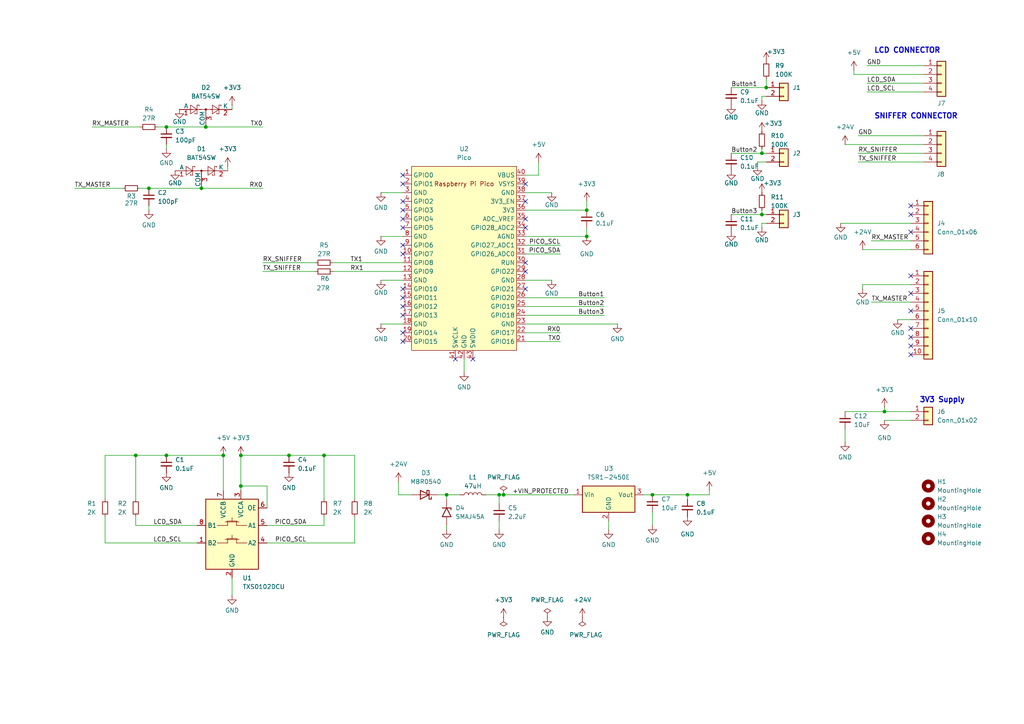
<source format=kicad_sch>
(kicad_sch (version 20240620) (generator "eeschema") (generator_version "8.99")
  (paper "A4")
  (title_block (date "2024-10-16") (rev "Rev2"))
  (lib_symbols
    (symbol "Connector_Generic:Conn_01x02" (pin_names (offset 1.016) hide)
      (property "Reference" "J" (at 0 2.54 0))
      (property "Value" "Conn_01x02" (at 0 -5.08 0))
      (symbol "Conn_01x02_1_1"
        (rectangle (start -1.27 1.27) (end 1.27 -3.81) (stroke (width 0.254)) (fill (type background)))
        (rectangle (start -1.27 0.127) (end 0 -0.127) (stroke (width 0.1524)))
        (rectangle (start -1.27 -2.413) (end 0 -2.667) (stroke (width 0.1524)))
        (pin passive line (at -5.08 0 0) (length 3.81) (name "Pin_1") (number "1"))
        (pin passive line (at -5.08 -2.54 0) (length 3.81) (name "Pin_2") (number "2"))
      )
    )
    (symbol "Connector_Generic:Conn_01x04" (pin_names (offset 1.016) hide)
      (property "Reference" "J" (at 0 5.08 0))
      (property "Value" "Conn_01x04" (at 0 -7.62 0))
      (symbol "Conn_01x04_1_1"
        (rectangle (start -1.27 3.81) (end 1.27 -6.35) (stroke (width 0.254)) (fill (type background)))
        (rectangle (start -1.27 2.667) (end 0 2.413) (stroke (width 0.1524)))
        (rectangle (start -1.27 0.127) (end 0 -0.127) (stroke (width 0.1524)))
        (rectangle (start -1.27 -2.413) (end 0 -2.667) (stroke (width 0.1524)))
        (rectangle (start -1.27 -4.953) (end 0 -5.207) (stroke (width 0.1524)))
        (pin passive line (at -5.08 2.54 0) (length 3.81) (name "Pin_1") (number "1"))
        (pin passive line (at -5.08 0 0) (length 3.81) (name "Pin_2") (number "2"))
        (pin passive line (at -5.08 -2.54 0) (length 3.81) (name "Pin_3") (number "3"))
        (pin passive line (at -5.08 -5.08 0) (length 3.81) (name "Pin_4") (number "4"))
      )
    )
    (symbol "Connector_Generic:Conn_01x06" (pin_names (offset 1.016) hide)
      (property "Reference" "J" (at 0 7.62 0))
      (property "Value" "Conn_01x06" (at 0 -10.16 0))
      (symbol "Conn_01x06_1_1"
        (rectangle (start -1.27 6.35) (end 1.27 -8.89) (stroke (width 0.254)) (fill (type background)))
        (rectangle (start -1.27 5.207) (end 0 4.953) (stroke (width 0.1524)))
        (rectangle (start -1.27 2.667) (end 0 2.413) (stroke (width 0.1524)))
        (rectangle (start -1.27 0.127) (end 0 -0.127) (stroke (width 0.1524)))
        (rectangle (start -1.27 -2.413) (end 0 -2.667) (stroke (width 0.1524)))
        (rectangle (start -1.27 -4.953) (end 0 -5.207) (stroke (width 0.1524)))
        (rectangle (start -1.27 -7.493) (end 0 -7.747) (stroke (width 0.1524)))
        (pin passive line (at -5.08 5.08 0) (length 3.81) (name "Pin_1") (number "1"))
        (pin passive line (at -5.08 2.54 0) (length 3.81) (name "Pin_2") (number "2"))
        (pin passive line (at -5.08 0 0) (length 3.81) (name "Pin_3") (number "3"))
        (pin passive line (at -5.08 -2.54 0) (length 3.81) (name "Pin_4") (number "4"))
        (pin passive line (at -5.08 -5.08 0) (length 3.81) (name "Pin_5") (number "5"))
        (pin passive line (at -5.08 -7.62 0) (length 3.81) (name "Pin_6") (number "6"))
      )
    )
    (symbol "Connector_Generic:Conn_01x10" (pin_names (offset 1.016) hide)
      (property "Reference" "J" (at 0 12.7 0))
      (property "Value" "Conn_01x10" (at 0 -15.24 0))
      (symbol "Conn_01x10_1_1"
        (rectangle (start -1.27 11.43) (end 1.27 -13.97) (stroke (width 0.254)) (fill (type background)))
        (rectangle (start -1.27 10.287) (end 0 10.033) (stroke (width 0.1524)))
        (rectangle (start -1.27 7.747) (end 0 7.493) (stroke (width 0.1524)))
        (rectangle (start -1.27 5.207) (end 0 4.953) (stroke (width 0.1524)))
        (rectangle (start -1.27 2.667) (end 0 2.413) (stroke (width 0.1524)))
        (rectangle (start -1.27 0.127) (end 0 -0.127) (stroke (width 0.1524)))
        (rectangle (start -1.27 -2.413) (end 0 -2.667) (stroke (width 0.1524)))
        (rectangle (start -1.27 -4.953) (end 0 -5.207) (stroke (width 0.1524)))
        (rectangle (start -1.27 -7.493) (end 0 -7.747) (stroke (width 0.1524)))
        (rectangle (start -1.27 -10.033) (end 0 -10.287) (stroke (width 0.1524)))
        (rectangle (start -1.27 -12.573) (end 0 -12.827) (stroke (width 0.1524)))
        (pin passive line (at -5.08 10.16 0) (length 3.81) (name "Pin_1") (number "1"))
        (pin passive line (at -5.08 7.62 0) (length 3.81) (name "Pin_2") (number "2"))
        (pin passive line (at -5.08 5.08 0) (length 3.81) (name "Pin_3") (number "3"))
        (pin passive line (at -5.08 2.54 0) (length 3.81) (name "Pin_4") (number "4"))
        (pin passive line (at -5.08 0 0) (length 3.81) (name "Pin_5") (number "5"))
        (pin passive line (at -5.08 -2.54 0) (length 3.81) (name "Pin_6") (number "6"))
        (pin passive line (at -5.08 -5.08 0) (length 3.81) (name "Pin_7") (number "7"))
        (pin passive line (at -5.08 -7.62 0) (length 3.81) (name "Pin_8") (number "8"))
        (pin passive line (at -5.08 -10.16 0) (length 3.81) (name "Pin_9") (number "9"))
        (pin passive line (at -5.08 -12.7 0) (length 3.81) (name "Pin_10") (number "10"))
      )
    )
    (symbol "Device:C_Small" (pin_numbers hide) (pin_names (offset 0.254) hide)
      (property "Reference" "C" (at 0.254 1.778 0))
      (property "Value" "C_Small" (at 0.254 -2.032 0))
      (symbol "C_Small_0_1"
        (polyline (pts (xy -1.524 0.508) (xy 1.524 0.508)) (stroke (width 0.3048)))
        (polyline (pts (xy -1.524 -0.508) (xy 1.524 -0.508)) (stroke (width 0.3302)))
      )
      (symbol "C_Small_1_1"
        (pin passive line (at 0 2.54 270) (length 2.032) (name "~") (number "1"))
        (pin passive line (at 0 -2.54 90) (length 2.032) (name "~") (number "2"))
      )
    )
    (symbol "Device:L" (pin_numbers hide) (pin_names (offset 1.016) hide)
      (property "Reference" "L" (at -1.27 0 90))
      (property "Value" "L" (at 1.905 0 90))
      (symbol "L_0_1"
        (arc (start 0 2.54) (mid 0.6323 1.905) (end 0 1.27))
        (arc (start 0 1.27) (mid 0.6323 0.635) (end 0 0))
        (arc (start 0 0) (mid 0.6323 -0.635) (end 0 -1.27))
        (arc (start 0 -1.27) (mid 0.6323 -1.905) (end 0 -2.54))
      )
      (symbol "L_1_1"
        (pin passive line (at 0 3.81 270) (length 1.27) (name "1") (number "1"))
        (pin passive line (at 0 -3.81 90) (length 1.27) (name "2") (number "2"))
      )
    )
    (symbol "Device:R_Small" (pin_numbers hide) (pin_names (offset 0.254) hide)
      (property "Reference" "R" (at 0.762 0.508 0))
      (property "Value" "R_Small" (at 0.762 -1.016 0))
      (symbol "R_Small_0_1"
        (rectangle (start -0.762 1.778) (end 0.762 -1.778) (stroke (width 0.2032)))
      )
      (symbol "R_Small_1_1"
        (pin passive line (at 0 2.54 270) (length 0.762) (name "~") (number "1"))
        (pin passive line (at 0 -2.54 90) (length 0.762) (name "~") (number "2"))
      )
    )
    (symbol "Diode:BAT54SW" (pin_names (offset 0))
      (property "Reference" "D" (at 0.635 -3.81 0))
      (property "Value" "BAT54SW" (at -6.35 3.175 0))
      (symbol "BAT54SW_0_1"
        (polyline (pts (xy -4.445 1.27) (xy -4.445 -1.27) (xy -2.54 0) (xy -4.445 1.27)))
        (polyline (pts (xy -3.81 0) (xy -1.27 0)))
        (polyline (pts (xy -3.175 -1.27) (xy -3.175 -1.016)))
        (polyline (pts (xy -2.54 1.27) (xy -1.905 1.27)))
        (polyline (pts (xy -2.54 -1.27) (xy -3.175 -1.27)))
        (polyline (pts (xy -2.54 -1.27) (xy -2.54 1.27)))
        (polyline (pts (xy -1.905 1.27) (xy -1.905 1.016)))
        (polyline (pts (xy -1.905 0) (xy 1.905 0)))
        (circle (center 0 0) (radius 0.254) (fill (type outline)))
        (polyline (pts (xy 1.27 0) (xy 3.81 0)))
        (polyline (pts (xy 1.905 1.27) (xy 1.905 -1.27) (xy 3.81 0) (xy 1.905 1.27)))
        (polyline (pts (xy 3.175 -1.27) (xy 3.175 -1.016)))
        (polyline (pts (xy 3.81 1.27) (xy 4.445 1.27)))
        (polyline (pts (xy 3.81 -1.27) (xy 3.81 1.27)))
        (polyline (pts (xy 3.81 -1.27) (xy 3.175 -1.27)))
        (polyline (pts (xy 4.445 1.27) (xy 4.445 1.016)))
      )
      (symbol "BAT54SW_1_1"
        (pin passive line (at -7.62 0 0) (length 3.81) (name "A") (number "1"))
        (pin passive line (at 0 -5.08 90) (length 5.08) (name "COM") (number "3"))
        (pin passive line (at 7.62 0 180) (length 3.81) (name "K") (number "2"))
      )
    )
    (symbol "Diode:MBR0540" (pin_numbers hide) (pin_names (offset 1.016) hide)
      (property "Reference" "D" (at 0 2.54 0))
      (property "Value" "MBR0540" (at 0 -2.54 0))
      (symbol "MBR0540_0_1"
        (polyline (pts (xy -1.905 0.635) (xy -1.905 1.27) (xy -1.27 1.27) (xy -1.27 -1.27) (xy -0.635 -1.27) (xy -0.635 -0.635)) (stroke (width 0.254)))
        (polyline (pts (xy 1.27 1.27) (xy 1.27 -1.27) (xy -1.27 0) (xy 1.27 1.27)) (stroke (width 0.254)))
        (polyline (pts (xy 1.27 0) (xy -1.27 0)))
      )
      (symbol "MBR0540_1_1"
        (pin passive line (at -3.81 0 0) (length 2.54) (name "K") (number "1"))
        (pin passive line (at 3.81 0 180) (length 2.54) (name "A") (number "2"))
      )
    )
    (symbol "Diode:SMAJ45A" (pin_numbers hide) (pin_names (offset 1.016) hide)
      (property "Reference" "D" (at 0 2.54 0))
      (property "Value" "SMAJ45A" (at 0 -2.54 0))
      (symbol "SMAJ45A_0_1"
        (polyline (pts (xy -0.762 1.27) (xy -1.27 1.27) (xy -1.27 -1.27)) (stroke (width 0.254)))
        (polyline (pts (xy 1.27 1.27) (xy 1.27 -1.27) (xy -1.27 0) (xy 1.27 1.27)) (stroke (width 0.254)))
      )
      (symbol "SMAJ45A_1_1"
        (pin passive line (at -3.81 0 0) (length 2.54) (name "A1") (number "1"))
        (pin passive line (at 3.81 0 180) (length 2.54) (name "A2") (number "2"))
      )
    )
    (symbol "Logic_LevelTranslator:TXS0102DCU"
      (property "Reference" "U" (at -6.35 11.43 0))
      (property "Value" "TXS0102DCU" (at 3.81 11.43 0))
      (symbol "TXS0102DCU_0_1"
        (rectangle (start -7.62 10.16) (end 7.62 -10.16) (stroke (width 0.254)) (fill (type background)))
        (polyline (pts (xy -4.318 -2.54) (xy -1.27 -2.54)))
        (polyline (pts (xy -2.032 -1.524) (xy 2.032 -1.524)))
        (polyline (pts (xy -1.524 -1.27) (xy 1.524 -1.27)))
        (polyline (pts (xy -1.27 -2.54) (xy -1.27 -1.524)))
        (polyline (pts (xy 0 -1.27) (xy 0 -0.254)))
        (polyline (pts (xy 1.27 -2.54) (xy 1.27 -1.524)))
        (polyline (pts (xy 4.318 -2.54) (xy 1.27 -2.54)))
      )
      (symbol "TXS0102DCU_1_1"
        (polyline (pts (xy -4.318 2.54) (xy -1.27 2.54)))
        (polyline (pts (xy -2.032 3.556) (xy 2.032 3.556)))
        (polyline (pts (xy -1.524 3.81) (xy 1.524 3.81)))
        (polyline (pts (xy -1.27 2.54) (xy -1.27 3.556)))
        (polyline (pts (xy 0 3.81) (xy 0 4.826)))
        (polyline (pts (xy 1.27 2.54) (xy 1.27 3.556)))
        (polyline (pts (xy 4.318 2.54) (xy 1.27 2.54)))
        (pin input line (at -10.16 7.62 0) (length 2.54) (name "OE") (number "6"))
        (pin bidirectional line (at -10.16 2.54 0) (length 2.54) (name "A1") (number "5"))
        (pin bidirectional line (at -10.16 -2.54 0) (length 2.54) (name "A2") (number "4"))
        (pin power_in line (at -2.54 12.7 270) (length 2.54) (name "VCCA") (number "3"))
        (pin power_in line (at 0 -12.7 90) (length 2.54) (name "GND") (number "2"))
        (pin power_in line (at 2.54 12.7 270) (length 2.54) (name "VCCB") (number "7"))
        (pin bidirectional line (at 10.16 2.54 180) (length 2.54) (name "B1") (number "8"))
        (pin bidirectional line (at 10.16 -2.54 180) (length 2.54) (name "B2") (number "1"))
      )
    )
    (symbol "Mechanical:MountingHole" (pin_names (offset 1.016)) (exclude_from_sim yes) (in_bom no)
      (property "Reference" "H" (at 0 5.08 0))
      (property "Value" "MountingHole" (at 0 3.175 0))
      (symbol "MountingHole_0_1"
        (circle (center 0 0) (radius 1.27) (stroke (width 1.27)))
      )
    )
    (symbol "My Libraries:Raspberry Pi Pico Module"
      (property "Reference" "U" (at -13.97 27.94 0))
      (property "Value" "Pico" (at 0 19.05 0))
      (symbol "Raspberry Pi Pico Module_0_0"
        (text "Raspberry Pi Pico" (at 0 21.59 0) (effects (font (size 1.27 1.27))))
      )
      (symbol "Raspberry Pi Pico Module_0_1"
        (rectangle (start -15.24 26.67) (end 15.24 -26.67) (fill (type background)))
      )
      (symbol "Raspberry Pi Pico Module_1_1"
        (pin bidirectional line (at -17.78 24.13 0) (length 2.54) (name "GPIO0") (number "1"))
        (pin bidirectional line (at -17.78 21.59 0) (length 2.54) (name "GPIO1") (number "2"))
        (pin power_in line (at -17.78 19.05 0) (length 2.54) (name "GND") (number "3"))
        (pin bidirectional line (at -17.78 16.51 0) (length 2.54) (name "GPIO2") (number "4"))
        (pin bidirectional line (at -17.78 13.97 0) (length 2.54) (name "GPIO3") (number "5"))
        (pin bidirectional line (at -17.78 11.43 0) (length 2.54) (name "GPIO4") (number "6"))
        (pin bidirectional line (at -17.78 8.89 0) (length 2.54) (name "GPIO5") (number "7"))
        (pin power_in line (at -17.78 6.35 0) (length 2.54) (name "GND") (number "8"))
        (pin bidirectional line (at -17.78 3.81 0) (length 2.54) (name "GPIO6") (number "9"))
        (pin bidirectional line (at -17.78 1.27 0) (length 2.54) (name "GPIO7") (number "10"))
        (pin bidirectional line (at -17.78 -1.27 0) (length 2.54) (name "GPIO8") (number "11"))
        (pin bidirectional line (at -17.78 -3.81 0) (length 2.54) (name "GPIO9") (number "12"))
        (pin power_in line (at -17.78 -6.35 0) (length 2.54) (name "GND") (number "13"))
        (pin bidirectional line (at -17.78 -8.89 0) (length 2.54) (name "GPIO10") (number "14"))
        (pin bidirectional line (at -17.78 -11.43 0) (length 2.54) (name "GPIO11") (number "15"))
        (pin bidirectional line (at -17.78 -13.97 0) (length 2.54) (name "GPIO12") (number "16"))
        (pin bidirectional line (at -17.78 -16.51 0) (length 2.54) (name "GPIO13") (number "17"))
        (pin power_in line (at -17.78 -19.05 0) (length 2.54) (name "GND") (number "18"))
        (pin bidirectional line (at -17.78 -21.59 0) (length 2.54) (name "GPIO14") (number "19"))
        (pin bidirectional line (at -17.78 -24.13 0) (length 2.54) (name "GPIO15") (number "20"))
        (pin input line (at -2.54 -29.21 90) (length 2.54) (name "SWCLK") (number "41"))
        (pin power_in line (at 0 -29.21 90) (length 2.54) (name "GND") (number "42"))
        (pin bidirectional line (at 2.54 -29.21 90) (length 2.54) (name "SWDIO") (number "43"))
        (pin power_in line (at 17.78 24.13 180) (length 2.54) (name "VBUS") (number "40"))
        (pin power_in line (at 17.78 21.59 180) (length 2.54) (name "VSYS") (number "39"))
        (pin power_in line (at 17.78 19.05 180) (length 2.54) (name "GND") (number "38"))
        (pin input line (at 17.78 16.51 180) (length 2.54) (name "3V3_EN") (number "37"))
        (pin power_in line (at 17.78 13.97 180) (length 2.54) (name "3V3") (number "36"))
        (pin power_in line (at 17.78 11.43 180) (length 2.54) (name "ADC_VREF") (number "35"))
        (pin bidirectional line (at 17.78 8.89 180) (length 2.54) (name "GPIO28_ADC2") (number "34"))
        (pin power_in line (at 17.78 6.35 180) (length 2.54) (name "AGND") (number "33"))
        (pin bidirectional line (at 17.78 3.81 180) (length 2.54) (name "GPIO27_ADC1") (number "32"))
        (pin bidirectional line (at 17.78 1.27 180) (length 2.54) (name "GPIO26_ADC0") (number "31"))
        (pin input line (at 17.78 -1.27 180) (length 2.54) (name "RUN") (number "30"))
        (pin bidirectional line (at 17.78 -3.81 180) (length 2.54) (name "GPIO22") (number "29"))
        (pin power_in line (at 17.78 -6.35 180) (length 2.54) (name "GND") (number "28"))
        (pin bidirectional line (at 17.78 -8.89 180) (length 2.54) (name "GPIO21") (number "27"))
        (pin bidirectional line (at 17.78 -11.43 180) (length 2.54) (name "GPIO20") (number "26"))
        (pin bidirectional line (at 17.78 -13.97 180) (length 2.54) (name "GPIO19") (number "25"))
        (pin bidirectional line (at 17.78 -16.51 180) (length 2.54) (name "GPIO18") (number "24"))
        (pin power_in line (at 17.78 -19.05 180) (length 2.54) (name "GND") (number "23"))
        (pin bidirectional line (at 17.78 -21.59 180) (length 2.54) (name "GPIO17") (number "22"))
        (pin bidirectional line (at 17.78 -24.13 180) (length 2.54) (name "GPIO16") (number "21"))
      )
    )
    (symbol "Regulator_Switching:TSR1-2450E"
      (property "Reference" "U" (at -7.62 6.35 0))
      (property "Value" "TSR1-2450E" (at -3.81 6.35 0))
      (symbol "TSR1-2450E_0_1"
        (rectangle (start -7.62 5.08) (end 7.62 -2.54) (stroke (width 0.254)) (fill (type background)))
      )
      (symbol "TSR1-2450E_1_1"
        (pin power_in line (at -10.16 2.54 0) (length 2.54) (name "Vin") (number "1"))
        (pin power_in line (at 0 -5.08 90) (length 2.54) (name "GND") (number "2"))
        (pin power_out line (at 10.16 2.54 180) (length 2.54) (name "Vout") (number "3"))
      )
    )
    (symbol "power:+24V" (power) (pin_numbers hide) (pin_names (offset 0) hide)
      (property "Value" "+24V" (at 0 3.556 0))
      (symbol "+24V_0_1"
        (polyline (pts (xy -0.762 1.27) (xy 0 2.54)))
        (polyline (pts (xy 0 2.54) (xy 0.762 1.27)))
        (polyline (pts (xy 0 0) (xy 0 2.54)))
      )
      (symbol "+24V_1_1"
        (pin power_in line (at 0 0 90) (length 0) (name "~") (number "1"))
      )
    )
    (symbol "power:+3V3" (power) (pin_numbers hide) (pin_names (offset 0) hide)
      (property "Value" "+3V3" (at 0 3.556 0))
      (symbol "+3V3_0_1"
        (polyline (pts (xy -0.762 1.27) (xy 0 2.54)))
        (polyline (pts (xy 0 2.54) (xy 0.762 1.27)))
        (polyline (pts (xy 0 0) (xy 0 2.54)))
      )
      (symbol "+3V3_1_1"
        (pin power_in line (at 0 0 90) (length 0) (name "~") (number "1"))
      )
    )
    (symbol "power:+5V" (power) (pin_numbers hide) (pin_names (offset 0) hide)
      (property "Value" "+5V" (at 0 3.556 0))
      (symbol "+5V_0_1"
        (polyline (pts (xy -0.762 1.27) (xy 0 2.54)))
        (polyline (pts (xy 0 2.54) (xy 0.762 1.27)))
        (polyline (pts (xy 0 0) (xy 0 2.54)))
      )
      (symbol "+5V_1_1"
        (pin power_in line (at 0 0 90) (length 0) (name "~") (number "1"))
      )
    )
    (symbol "power:GND" (power) (pin_numbers hide) (pin_names (offset 0) hide)
      (property "Value" "GND" (at 0 -3.81 0))
      (symbol "GND_0_1"
        (polyline (pts (xy 0 0) (xy 0 -1.27) (xy 1.27 -1.27) (xy 0 -2.54) (xy -1.27 -1.27) (xy 0 -1.27)))
      )
      (symbol "GND_1_1"
        (pin power_in line (at 0 0 270) (length 0) (name "~") (number "1"))
      )
    )
    (symbol "power:PWR_FLAG" (power) (pin_numbers hide) (pin_names (offset 0) hide)
      (property "Value" "PWR_FLAG" (at 0 3.81 0))
      (symbol "PWR_FLAG_0_0"
        (pin power_out line (at 0 0 90) (length 0) (name "~") (number "1"))
      )
      (symbol "PWR_FLAG_0_1"
        (polyline (pts (xy 0 0) (xy 0 1.27) (xy -1.016 1.905) (xy 0 2.54) (xy 1.016 1.905) (xy 0 1.27)))
      )
    )
  )
  (text "3V3 Supply\n" (at 273.304 116.078 0) (effects (font (size 1.524 1.524) (thickness 0.3048) (bold yes))))
  (text "SNIFFER CONNECTOR" (at 265.684 33.782 0) (effects (font (size 1.524 1.524) (thickness 0.3048) (bold yes))))
  (text "LCD CONNECTOR" (at 263.144 14.732 0) (effects (font (size 1.524 1.524) (thickness 0.3048) (bold yes))))
  (junction (at 83.82 132.08))
  (junction (at 129.54 143.51))
  (junction (at 58.42 54.61))
  (junction (at 256.54 119.38))
  (junction (at 222.25 25.4))
  (junction (at 170.18 60.96))
  (junction (at 48.26 132.08))
  (junction (at 144.78 143.51))
  (junction (at 93.98 132.08))
  (junction (at 59.69 36.83))
  (junction (at 220.98 62.23))
  (junction (at 189.23 143.51))
  (junction (at 146.05 143.51))
  (junction (at 199.39 143.51))
  (junction (at 69.85 132.08))
  (junction (at 48.26 36.83))
  (junction (at 39.37 132.08))
  (junction (at 170.18 68.58))
  (junction (at 43.18 54.61))
  (junction (at 69.85 140.97))
  (junction (at 64.77 132.08))
  (junction (at 220.98 44.45))
  (no_connect (at 116.84 71.12))
  (no_connect (at 116.84 88.9))
  (no_connect (at 152.4 66.04))
  (no_connect (at 264.16 100.33))
  (no_connect (at 116.84 86.36))
  (no_connect (at 116.84 50.8))
  (no_connect (at 137.16 104.14))
  (no_connect (at 264.16 95.25))
  (no_connect (at 116.84 53.34))
  (no_connect (at 264.16 80.01))
  (no_connect (at 264.16 90.17))
  (no_connect (at 116.84 91.44))
  (no_connect (at 116.84 99.06))
  (no_connect (at 116.84 63.5))
  (no_connect (at 264.16 62.23))
  (no_connect (at 116.84 73.66))
  (no_connect (at 264.16 59.69))
  (no_connect (at 264.16 102.87))
  (no_connect (at 152.4 76.2))
  (no_connect (at 116.84 66.04))
  (no_connect (at 152.4 58.42))
  (no_connect (at 152.4 83.82))
  (no_connect (at 116.84 96.52))
  (no_connect (at 116.84 83.82))
  (no_connect (at 264.16 97.79))
  (no_connect (at 116.84 60.96))
  (no_connect (at 152.4 53.34))
  (no_connect (at 264.16 67.31))
  (no_connect (at 116.84 58.42))
  (no_connect (at 152.4 78.74))
  (no_connect (at 152.4 63.5))
  (no_connect (at 132.08 104.14))
  (no_connect (at 264.16 85.09))
  (wire (pts (xy 69.85 140.97) (xy 69.85 142.24)))
  (wire (pts (xy 189.23 143.51) (xy 199.39 143.51)))
  (wire (pts (xy 250.19 82.55) (xy 250.19 83.82)))
  (wire (pts (xy 144.78 143.51) (xy 146.05 143.51)))
  (wire (pts (xy 220.98 29.21) (xy 220.98 27.94)))
  (wire (pts (xy 220.98 44.45) (xy 222.25 44.45)))
  (wire (pts (xy 267.97 24.13) (xy 251.46 24.13)))
  (wire (pts (xy 64.77 132.08) (xy 64.77 142.24)))
  (wire (pts (xy 45.72 36.83) (xy 48.26 36.83)))
  (wire (pts (xy 67.31 30.48) (xy 67.31 31.75)))
  (wire (pts (xy 40.64 54.61) (xy 43.18 54.61)))
  (wire (pts (xy 30.48 132.08) (xy 39.37 132.08)))
  (wire (pts (xy 219.71 48.26) (xy 219.71 46.99)))
  (wire (pts (xy 243.84 64.77) (xy 264.16 64.77)))
  (wire (pts (xy 58.42 54.61) (xy 76.2 54.61)))
  (wire (pts (xy 212.09 44.45) (xy 220.98 44.45)))
  (wire (pts (xy 245.11 119.38) (xy 256.54 119.38)))
  (wire (pts (xy 69.85 132.08) (xy 69.85 140.97)))
  (wire (pts (xy 77.47 152.4) (xy 93.98 152.4)))
  (wire (pts (xy 48.26 36.83) (xy 59.69 36.83)))
  (wire (pts (xy 129.54 143.51) (xy 129.54 144.78)))
  (wire (pts (xy 189.23 148.59) (xy 189.23 152.4)))
  (wire (pts (xy 220.98 64.77) (xy 222.25 64.77)))
  (wire (pts (xy 115.57 143.51) (xy 119.38 143.51)))
  (wire (pts (xy 77.47 147.32) (xy 77.47 140.97)))
  (wire (pts (xy 76.2 76.2) (xy 91.44 76.2)))
  (wire (pts (xy 67.31 167.64) (xy 67.31 172.72)))
  (wire (pts (xy 220.98 27.94) (xy 222.25 27.94)))
  (wire (pts (xy 252.73 87.63) (xy 264.16 87.63)))
  (wire (pts (xy 39.37 152.4) (xy 57.15 152.4)))
  (wire (pts (xy 152.4 93.98) (xy 179.07 93.98)))
  (wire (pts (xy 48.26 41.91) (xy 48.26 43.18)))
  (wire (pts (xy 30.48 157.48) (xy 30.48 149.86)))
  (wire (pts (xy 30.48 157.48) (xy 57.15 157.48)))
  (wire (pts (xy 152.4 96.52) (xy 162.56 96.52)))
  (wire (pts (xy 152.4 50.8) (xy 156.21 50.8)))
  (wire (pts (xy 156.21 46.99) (xy 156.21 50.8)))
  (wire (pts (xy 212.09 25.4) (xy 222.25 25.4)))
  (wire (pts (xy 267.97 26.67) (xy 251.46 26.67)))
  (wire (pts (xy 152.4 99.06) (xy 162.56 99.06)))
  (wire (pts (xy 248.92 44.45) (xy 267.97 44.45)))
  (wire (pts (xy 96.52 76.2) (xy 116.84 76.2)))
  (wire (pts (xy 176.53 151.13) (xy 176.53 153.67)))
  (wire (pts (xy 96.52 78.74) (xy 116.84 78.74)))
  (wire (pts (xy 152.4 91.44) (xy 175.26 91.44)))
  (wire (pts (xy 129.54 152.4) (xy 129.54 153.67)))
  (wire (pts (xy 186.69 143.51) (xy 189.23 143.51)))
  (wire (pts (xy 144.78 143.51) (xy 144.78 146.05)))
  (wire (pts (xy 170.18 60.96) (xy 170.18 58.42)))
  (wire (pts (xy 220.98 62.23) (xy 222.25 62.23)))
  (wire (pts (xy 152.4 55.88) (xy 160.02 55.88)))
  (wire (pts (xy 35.56 54.61) (xy 21.59 54.61)))
  (wire (pts (xy 83.82 132.08) (xy 69.85 132.08)))
  (wire (pts (xy 205.74 142.24) (xy 205.74 143.51)))
  (wire (pts (xy 76.2 78.74) (xy 91.44 78.74)))
  (wire (pts (xy 102.87 132.08) (xy 93.98 132.08)))
  (wire (pts (xy 43.18 59.69) (xy 43.18 60.96)))
  (wire (pts (xy 199.39 143.51) (xy 205.74 143.51)))
  (wire (pts (xy 152.4 81.28) (xy 160.02 81.28)))
  (wire (pts (xy 152.4 73.66) (xy 162.56 73.66)))
  (wire (pts (xy 152.4 60.96) (xy 170.18 60.96)))
  (wire (pts (xy 77.47 140.97) (xy 69.85 140.97)))
  (wire (pts (xy 152.4 88.9) (xy 175.26 88.9)))
  (wire (pts (xy 116.84 68.58) (xy 110.49 68.58)))
  (wire (pts (xy 220.98 43.18) (xy 220.98 44.45)))
  (wire (pts (xy 152.4 71.12) (xy 162.56 71.12)))
  (wire (pts (xy 66.04 48.26) (xy 66.04 49.53)))
  (wire (pts (xy 144.78 151.13) (xy 144.78 153.67)))
  (wire (pts (xy 170.18 68.58) (xy 170.18 66.04)))
  (wire (pts (xy 250.19 72.39) (xy 264.16 72.39)))
  (wire (pts (xy 245.11 124.46) (xy 245.11 128.27)))
  (wire (pts (xy 264.16 82.55) (xy 250.19 82.55)))
  (wire (pts (xy 127 143.51) (xy 129.54 143.51)))
  (wire (pts (xy 264.16 69.85) (xy 252.73 69.85)))
  (wire (pts (xy 220.98 66.04) (xy 220.98 64.77)))
  (wire (pts (xy 115.57 143.51) (xy 115.57 139.7)))
  (wire (pts (xy 152.4 86.36) (xy 175.26 86.36)))
  (wire (pts (xy 110.49 93.98) (xy 116.84 93.98)))
  (wire (pts (xy 222.25 22.86) (xy 222.25 25.4)))
  (wire (pts (xy 199.39 143.51) (xy 199.39 144.78)))
  (wire (pts (xy 77.47 157.48) (xy 102.87 157.48)))
  (wire (pts (xy 93.98 149.86) (xy 93.98 152.4)))
  (wire (pts (xy 93.98 132.08) (xy 93.98 144.78)))
  (wire (pts (xy 26.67 36.83) (xy 40.64 36.83)))
  (wire (pts (xy 39.37 132.08) (xy 39.37 144.78)))
  (wire (pts (xy 39.37 149.86) (xy 39.37 152.4)))
  (wire (pts (xy 110.49 55.88) (xy 116.84 55.88)))
  (wire (pts (xy 256.54 118.11) (xy 256.54 119.38)))
  (wire (pts (xy 39.37 132.08) (xy 48.26 132.08)))
  (wire (pts (xy 43.18 54.61) (xy 58.42 54.61)))
  (wire (pts (xy 59.69 36.83) (xy 76.2 36.83)))
  (wire (pts (xy 30.48 132.08) (xy 30.48 144.78)))
  (wire (pts (xy 267.97 19.05) (xy 251.46 19.05)))
  (wire (pts (xy 220.98 60.96) (xy 220.98 62.23)))
  (wire (pts (xy 140.97 143.51) (xy 144.78 143.51)))
  (wire (pts (xy 247.65 20.32) (xy 247.65 21.59)))
  (wire (pts (xy 129.54 143.51) (xy 133.35 143.51)))
  (wire (pts (xy 152.4 68.58) (xy 170.18 68.58)))
  (wire (pts (xy 93.98 132.08) (xy 83.82 132.08)))
  (wire (pts (xy 248.92 46.99) (xy 267.97 46.99)))
  (wire (pts (xy 247.65 21.59) (xy 267.97 21.59)))
  (wire (pts (xy 212.09 62.23) (xy 220.98 62.23)))
  (wire (pts (xy 102.87 157.48) (xy 102.87 149.86)))
  (wire (pts (xy 134.62 104.14) (xy 134.62 107.95)))
  (wire (pts (xy 256.54 121.92) (xy 264.16 121.92)))
  (wire (pts (xy 102.87 132.08) (xy 102.87 144.78)))
  (wire (pts (xy 219.71 46.99) (xy 222.25 46.99)))
  (wire (pts (xy 245.11 41.91) (xy 267.97 41.91)))
  (wire (pts (xy 48.26 132.08) (xy 64.77 132.08)))
  (wire (pts (xy 264.16 92.71) (xy 260.35 92.71)))
  (wire (pts (xy 248.92 39.37) (xy 267.97 39.37)))
  (wire (pts (xy 146.05 143.51) (xy 166.37 143.51)))
  (wire (pts (xy 116.84 81.28) (xy 110.49 81.28)))
  (wire (pts (xy 256.54 119.38) (xy 264.16 119.38)))
  (label "Button1" (at 175.26 86.36 180))
  (label "PICO_SDA" (at 88.9 152.4 180))
  (label "LCD_SDA" (at 251.46 24.13 0))
  (label "TX0" (at 76.2 36.83 180))
  (label "Button2" (at 175.26 88.9 180))
  (label "RX_SNIFFER" (at 248.92 44.45 0))
  (label "Button2" (at 212.09 44.45 0))
  (label "PICO_SDA" (at 162.56 73.66 180))
  (label "RX_MASTER" (at 252.73 69.85 0))
  (label "TX_MASTER" (at 21.59 54.61 0))
  (label "GND" (at 251.46 19.05 0))
  (label "GND" (at 248.92 39.37 0))
  (label "LCD_SDA" (at 44.45 152.4 0))
  (label "RX0" (at 162.56 96.52 180))
  (label "RX_SNIFFER" (at 76.2 76.2 0))
  (label "PICO_SCL" (at 88.9 157.48 180))
  (label "PICO_SCL" (at 162.56 71.12 180))
  (label "LCD_SCL" (at 44.45 157.48 0))
  (label "Button3" (at 212.09 62.23 0))
  (label "RX0" (at 76.2 54.61 180))
  (label "Button1" (at 212.09 25.4 0))
  (label "TX_SNIFFER" (at 248.92 46.99 0))
  (label "Button3" (at 175.26 91.44 180))
  (label "TX0" (at 162.56 99.06 180))
  (label "RX_MASTER" (at 26.67 36.83 0))
  (label "+VIN_PROTECTED" (at 148.59 143.51 0))
  (label "LCD_SCL" (at 251.46 26.67 0))
  (label "TX_SNIFFER" (at 76.2 78.74 0))
  (label "RX1" (at 101.6 78.74 0))
  (label "TX_MASTER" (at 252.73 87.63 0))
  (label "TX1" (at 101.6 76.2 0))
  (symbol (lib_id "Mechanical:MountingHole") (at 269.24 156.21 0) (unit 1) (exclude_from_sim yes) (in_bom no)
    (property "Reference" "H4" (at 271.78 154.9399 0) (effects (justify left)))
    (property "Value" "MountingHole" (at 271.78 157.4799 0) (effects (justify left)))
    (property "Footprint" "MountingHole:MountingHole_3.2mm_M3_ISO14580" (effects (hide yes)))
    (property "Description" "Mounting Hole without connection" (effects (hide yes)))
  )
  (symbol (lib_id "power:GND") (at 83.82 137.16 0) (unit 1)
    (property "Reference" "#PWR09" (effects (hide yes)))
    (property "Value" "GND" (at 83.82 141.478 0))
    (property "Description" "Power symbol creates a global label with name \"GND\" , ground" (effects (hide yes)))
  )
  (symbol (lib_id "power:GND") (at 220.98 66.04 0) (unit 1)
    (property "Reference" "#PWR039" (effects (hide yes)))
    (property "Value" "GND" (at 220.98 69.596 0))
    (property "Description" "Power symbol creates a global label with name \"GND\" , ground" (effects (hide yes)))
  )
  (symbol (lib_id "power:GND") (at 219.71 48.26 0) (unit 1)
    (property "Reference" "#PWR037" (effects (hide yes)))
    (property "Value" "GND" (at 219.71 51.816 0))
    (property "Description" "Power symbol creates a global label with name \"GND\" , ground" (effects (hide yes)))
  )
  (symbol (lib_id "Device:C_Small") (at 170.18 63.5 0) (unit 1)
    (property "Reference" "C6" (at 172.72 62.2362 0) (effects (justify left)))
    (property "Value" "0.1uF" (at 172.72 64.7762 0) (effects (justify left)))
    (property "Footprint" "Capacitor_SMD:C_0603_1608Metric" (effects (hide yes)))
    (property "Description" "Unpolarized capacitor, small symbol" (effects (hide yes)))
  )
  (symbol (lib_id "power:GND") (at 179.07 93.98 0) (unit 1)
    (property "Reference" "#PWR026" (effects (hide yes)))
    (property "Value" "GND" (at 179.07 98.298 0))
    (property "Description" "Power symbol creates a global label with name \"GND\" , ground" (effects (hide yes)))
  )
  (symbol (lib_id "power:+3V3") (at 69.85 132.08 0) (unit 1)
    (property "Reference" "#PWR04" (effects (hide yes)))
    (property "Value" "+3V3" (at 69.85 127 0))
    (property "Description" "Power symbol creates a global label with name \"+3V3\"" (effects (hide yes)))
  )
  (symbol (lib_id "Device:C_Small") (at 212.09 64.77 0) (unit 1)
    (property "Reference" "C11" (at 214.63 63.5062 0) (effects (justify left)))
    (property "Value" "0.1uF" (at 214.63 66.0462 0) (effects (justify left)))
    (property "Footprint" "Capacitor_SMD:C_0805_2012Metric" (effects (hide yes)))
    (property "Description" "Unpolarized capacitor, small symbol" (effects (hide yes)))
  )
  (symbol (lib_id "Connector_Generic:Conn_01x04") (at 273.05 41.91 0) (unit 1)
    (property "Reference" "J8" (at 272.796 50.546 0))
    (property "Value" "Conn_01x04" (effects (hide yes)))
    (property "Footprint" "Connector_PinHeader_2.54mm:PinHeader_1x04_P2.54mm_Vertical" (effects (hide yes)))
    (property "Description" "Generic connector, single row, 01x04, script generated (kicad-library-utils/schlib/autogen/connector/)" (effects (hide yes)))
  )
  (symbol (lib_id "power:GND") (at 212.09 49.53 0) (unit 1)
    (property "Reference" "#PWR035" (effects (hide yes)))
    (property "Value" "GND" (at 212.09 53.086 0))
    (property "Description" "Power symbol creates a global label with name \"GND\" , ground" (effects (hide yes)))
  )
  (symbol (lib_id "Regulator_Switching:TSR1-2450E") (at 176.53 146.05 0) (unit 1)
    (property "Reference" "U3" (at 176.53 135.89 0))
    (property "Value" "TSR1-2450E" (at 176.53 138.43 0))
    (property "Footprint" "Converter_DCDC:Converter_DCDC_TRACO_TSR1-xxxxE_THT" (effects (hide yes)))
    (property "Datasheet" "https://www.tracopower.com/products/tsr1e.pdf" (effects (hide yes)))
    (property "Description" "1A step-down regulator, fixed 5V output voltage, 7-36V input voltage, TO-220 compatible LM78xx replacement" (effects (hide yes)))
  )
  (symbol (lib_id "Device:R_Small") (at 93.98 147.32 180) (unit 1)
    (property "Reference" "R7" (at 96.52 146.0499 0) (effects (justify right)))
    (property "Value" "2K" (at 96.52 148.5899 0) (effects (justify right)))
    (property "Footprint" "Resistor_SMD:R_0603_1608Metric" (effects (hide yes)))
    (property "Description" "Resistor, small symbol" (effects (hide yes)))
  )
  (symbol (lib_id "Device:C_Small") (at 43.18 57.15 0) (unit 1)
    (property "Reference" "C2" (at 45.72 55.8862 0) (effects (justify left)))
    (property "Value" "100pF" (at 45.72 58.4262 0) (effects (justify left)))
    (property "Footprint" "Capacitor_SMD:C_0603_1608Metric" (effects (hide yes)))
    (property "Description" "Unpolarized capacitor, small symbol" (effects (hide yes)))
  )
  (symbol (lib_id "power:+3V3") (at 170.18 58.42 0) (unit 1)
    (property "Reference" "#PWR029" (effects (hide yes)))
    (property "Value" "+3V3" (at 170.18 53.34 0))
    (property "Description" "Power symbol creates a global label with name \"+3V3\"" (effects (hide yes)))
  )
  (symbol (lib_id "power:GND") (at 160.02 55.88 0) (unit 1)
    (property "Reference" "#PWR023" (effects (hide yes)))
    (property "Value" "GND" (at 160.02 59.436 0))
    (property "Description" "Power symbol creates a global label with name \"GND\" , ground" (effects (hide yes)))
  )
  (symbol (lib_id "power:PWR_FLAG") (at 168.91 179.07 180) (unit 1)
    (property "Reference" "#FLG04" (effects (hide yes)))
    (property "Value" "PWR_FLAG" (at 165.1 184.15 0) (effects (justify right)))
    (property "Description" "Special symbol for telling ERC where power comes from" (effects (hide yes)))
  )
  (symbol (lib_id "power:+5V") (at 156.21 46.99 0) (unit 1)
    (property "Reference" "#PWR021" (effects (hide yes)))
    (property "Value" "+5V" (at 156.21 41.91 0))
    (property "Description" "Power symbol creates a global label with name \"+5V\"" (effects (hide yes)))
  )
  (symbol (lib_id "power:GND") (at 189.23 152.4 0) (unit 1)
    (property "Reference" "#PWR031" (effects (hide yes)))
    (property "Value" "GND" (at 189.23 156.718 0))
    (property "Description" "Power symbol creates a global label with name \"GND\" , ground" (effects (hide yes)))
  )
  (symbol (lib_id "Device:R_Small") (at 102.87 147.32 180) (unit 1)
    (property "Reference" "R8" (at 105.41 146.0499 0) (effects (justify right)))
    (property "Value" "2K" (at 105.41 148.5899 0) (effects (justify right)))
    (property "Footprint" "Resistor_SMD:R_0603_1608Metric" (effects (hide yes)))
    (property "Description" "Resistor, small symbol" (effects (hide yes)))
  )
  (symbol (lib_id "power:GND") (at 48.26 137.16 0) (unit 1)
    (property "Reference" "#PWR01" (effects (hide yes)))
    (property "Value" "GND" (at 48.26 141.478 0))
    (property "Description" "Power symbol creates a global label with name \"GND\" , ground" (effects (hide yes)))
  )
  (symbol (lib_id "power:PWR_FLAG") (at 146.05 143.51 0) (unit 1)
    (property "Reference" "#FLG02" (effects (hide yes)))
    (property "Value" "PWR_FLAG" (at 146.05 138.43 0))
    (property "Description" "Special symbol for telling ERC where power comes from" (effects (hide yes)))
  )
  (symbol (lib_id "Device:C_Small") (at 212.09 46.99 0) (unit 1)
    (property "Reference" "C10" (at 214.63 45.7262 0) (effects (justify left)))
    (property "Value" "0.1uF" (at 214.63 48.2662 0) (effects (justify left)))
    (property "Footprint" "Capacitor_SMD:C_0805_2012Metric" (effects (hide yes)))
    (property "Description" "Unpolarized capacitor, small symbol" (effects (hide yes)))
  )
  (symbol (lib_id "power:+3V3") (at 220.98 55.88 0) (unit 1)
    (property "Reference" "#PWR050" (effects (hide yes)))
    (property "Value" "+3V3" (at 224.028 53.086 0))
    (property "Description" "Power symbol creates a global label with name \"+3V3\"" (effects (hide yes)))
  )
  (symbol (lib_id "Device:R_Small") (at 220.98 58.42 0) (unit 1)
    (property "Reference" "R11" (at 223.52 57.1499 0) (effects (justify left)))
    (property "Value" "100K" (at 223.52 59.6899 0) (effects (justify left)))
    (property "Footprint" "Resistor_SMD:R_0603_1608Metric" (effects (hide yes)))
    (property "Description" "Resistor, small symbol" (effects (hide yes)))
  )
  (symbol (lib_id "Diode:BAT54SW") (at 59.69 31.75 0) (unit 1)
    (property "Reference" "D2" (at 59.69 25.4 0))
    (property "Value" "BAT54SW" (at 59.69 27.94 0))
    (property "Footprint" "Package_TO_SOT_SMD:SOT-23-3" (effects (hide yes)))
    (property "Datasheet" "https://assets.nexperia.com/documents/data-sheet/BAT54W_SER.pdf" (effects (hide yes)))
    (property "Description" "Vr 30V, If 200mA, Dual schottky barrier diode, in series, SOT-323" (effects (hide yes)))
  )
  (symbol (lib_id "Device:R_Small") (at 39.37 147.32 0) (mirror x) (unit 1)
    (property "Reference" "R2" (at 36.83 146.0499 0) (effects (justify right)))
    (property "Value" "2K" (at 36.83 148.5899 0) (effects (justify right)))
    (property "Footprint" "Resistor_SMD:R_0603_1608Metric" (effects (hide yes)))
    (property "Description" "Resistor, small symbol" (effects (hide yes)))
  )
  (symbol (lib_id "power:GND") (at 50.8 49.53 0) (unit 1)
    (property "Reference" "#PWR07" (effects (hide yes)))
    (property "Value" "GND" (at 50.8 53.086 0))
    (property "Description" "Power symbol creates a global label with name \"GND\" , ground" (effects (hide yes)))
  )
  (symbol (lib_id "Device:C_Small") (at 83.82 134.62 0) (unit 1)
    (property "Reference" "C4" (at 86.36 133.3562 0) (effects (justify left)))
    (property "Value" "0.1uF" (at 86.36 135.8962 0) (effects (justify left)))
    (property "Footprint" "Capacitor_SMD:C_0603_1608Metric" (effects (hide yes)))
    (property "Description" "Unpolarized capacitor, small symbol" (effects (hide yes)))
  )
  (symbol (lib_id "power:GND") (at 52.07 31.75 0) (unit 1)
    (property "Reference" "#PWR08" (effects (hide yes)))
    (property "Value" "GND" (at 52.07 35.306 0))
    (property "Description" "Power symbol creates a global label with name \"GND\" , ground" (effects (hide yes)))
  )
  (symbol (lib_id "Device:R_Small") (at 43.18 36.83 90) (unit 1)
    (property "Reference" "R4" (at 43.18 31.75 90))
    (property "Value" "27R" (at 43.18 34.29 90))
    (property "Footprint" "Resistor_SMD:R_0603_1608Metric" (effects (hide yes)))
    (property "Description" "Resistor, small symbol" (effects (hide yes)))
  )
  (symbol (lib_id "power:GND") (at 256.54 121.92 0) (unit 1)
    (property "Reference" "#PWR047" (effects (hide yes)))
    (property "Value" "GND" (at 256.54 127 0))
    (property "Description" "Power symbol creates a global label with name \"GND\" , ground" (effects (hide yes)))
  )
  (symbol (lib_id "Device:R_Small") (at 93.98 78.74 90) (unit 1)
    (property "Reference" "R6" (at 94.234 80.772 90))
    (property "Value" "27R" (at 93.726 83.566 90))
    (property "Footprint" "Resistor_SMD:R_0603_1608Metric" (effects (hide yes)))
    (property "Description" "Resistor, small symbol" (effects (hide yes)))
  )
  (symbol (lib_id "power:GND") (at 199.39 149.86 0) (unit 1)
    (property "Reference" "#PWR032" (effects (hide yes)))
    (property "Value" "GND" (at 199.39 154.94 0))
    (property "Description" "Power symbol creates a global label with name \"GND\" , ground" (effects (hide yes)))
  )
  (symbol (lib_id "power:GND") (at 110.49 81.28 0) (unit 1)
    (property "Reference" "#PWR014" (effects (hide yes)))
    (property "Value" "GND" (at 110.49 84.836 0))
    (property "Description" "Power symbol creates a global label with name \"GND\" , ground" (effects (hide yes)))
  )
  (symbol (lib_id "power:+24V") (at 168.91 179.07 0) (unit 1)
    (property "Reference" "#PWR028" (effects (hide yes)))
    (property "Value" "+24V" (at 168.91 173.99 0))
    (property "Description" "Power symbol creates a global label with name \"+24V\"" (effects (hide yes)))
  )
  (symbol (lib_id "Device:R_Small") (at 38.1 54.61 90) (unit 1)
    (property "Reference" "R3" (at 38.1 56.896 90))
    (property "Value" "27R" (at 38.1 58.928 90))
    (property "Footprint" "Resistor_SMD:R_0603_1608Metric" (effects (hide yes)))
    (property "Description" "Resistor, small symbol" (effects (hide yes)))
  )
  (symbol (lib_id "Logic_LevelTranslator:TXS0102DCU") (at 67.31 154.94 0) (mirror y) (unit 1)
    (property "Reference" "U1" (at 70.3265 167.64 0) (effects (justify right)))
    (property "Value" "TXS0102DCU" (at 70.3265 170.18 0) (effects (justify right)))
    (property "Footprint" "My Footprints:Package_SO_VSSOP-8_P0.5mm" (effects (hide yes)))
    (property "Datasheet" "http://www.ti.com/lit/gpn/txs0102" (effects (hide yes)))
    (property "Description" "2-Bit Bidirectional Voltage-Level Shifter for Open-Drain and Push-Pull Application, VSSOP-8" (effects (hide yes)))
  )
  (symbol (lib_id "Connector_Generic:Conn_01x02") (at 269.24 119.38 0) (unit 1)
    (property "Reference" "J6" (at 271.78 119.3799 0) (effects (justify left)))
    (property "Value" "Conn_01x02" (at 271.78 121.9199 0) (effects (justify left)))
    (property "Footprint" "Connector_PinHeader_2.54mm:PinHeader_1x02_P2.54mm_Vertical" (effects (hide yes)))
    (property "Description" "Generic connector, single row, 01x02, script generated (kicad-library-utils/schlib/autogen/connector/)" (effects (hide yes)))
  )
  (symbol (lib_id "Connector_Generic:Conn_01x02") (at 227.33 44.45 0) (unit 1)
    (property "Reference" "J2" (at 229.87 44.4499 0) (effects (justify left)))
    (property "Value" "Conn_01x02" (effects (hide yes)))
    (property "Footprint" "Connector_PinHeader_2.54mm:PinHeader_1x02_P2.54mm_Vertical" (effects (hide yes)))
    (property "Description" "Generic connector, single row, 01x02, script generated (kicad-library-utils/schlib/autogen/connector/)" (effects (hide yes)))
  )
  (symbol (lib_id "power:+5V") (at 205.74 142.24 0) (unit 1)
    (property "Reference" "#PWR033" (effects (hide yes)))
    (property "Value" "+5V" (at 205.74 137.16 0))
    (property "Description" "Power symbol creates a global label with name \"+5V\"" (effects (hide yes)))
  )
  (symbol (lib_id "power:+3V3") (at 146.05 179.07 0) (unit 1)
    (property "Reference" "#PWR020" (effects (hide yes)))
    (property "Value" "+3V3" (at 146.05 173.99 0))
    (property "Description" "Power symbol creates a global label with name \"+3V3\"" (effects (hide yes)))
  )
  (symbol (lib_id "Connector_Generic:Conn_01x02") (at 227.33 62.23 0) (unit 1)
    (property "Reference" "J3" (at 229.87 62.2299 0) (effects (justify left)))
    (property "Value" "Conn_01x02" (effects (hide yes)))
    (property "Footprint" "Connector_PinHeader_2.54mm:PinHeader_1x02_P2.54mm_Vertical" (effects (hide yes)))
    (property "Description" "Generic connector, single row, 01x02, script generated (kicad-library-utils/schlib/autogen/connector/)" (effects (hide yes)))
  )
  (symbol (lib_id "power:GND") (at 48.26 43.18 0) (unit 1)
    (property "Reference" "#PWR06" (effects (hide yes)))
    (property "Value" "GND" (at 48.26 47.244 0))
    (property "Description" "Power symbol creates a global label with name \"GND\" , ground" (effects (hide yes)))
  )
  (symbol (lib_id "power:GND") (at 160.02 81.28 0) (unit 1)
    (property "Reference" "#PWR025" (effects (hide yes)))
    (property "Value" "GND" (at 160.02 85.09 0))
    (property "Description" "Power symbol creates a global label with name \"GND\" , ground" (effects (hide yes)))
  )
  (symbol (lib_id "power:GND") (at 212.09 30.48 0) (unit 1)
    (property "Reference" "#PWR034" (effects (hide yes)))
    (property "Value" "GND" (at 212.09 34.036 0))
    (property "Description" "Power symbol creates a global label with name \"GND\" , ground" (effects (hide yes)))
  )
  (symbol (lib_id "power:GND") (at 129.54 153.67 0) (unit 1)
    (property "Reference" "#PWR017" (effects (hide yes)))
    (property "Value" "GND" (at 129.54 157.988 0))
    (property "Description" "Power symbol creates a global label with name \"GND\" , ground" (effects (hide yes)))
  )
  (symbol (lib_id "power:+24V") (at 250.19 72.39 0) (unit 1)
    (property "Reference" "#PWR044" (effects (hide yes)))
    (property "Value" "+24V" (at 250.19 67.31 0))
    (property "Description" "Power symbol creates a global label with name \"+24V\"" (effects (hide yes)))
  )
  (symbol (lib_id "Connector_Generic:Conn_01x10") (at 269.24 90.17 0) (unit 1)
    (property "Reference" "J5" (at 271.78 90.1699 0) (effects (justify left)))
    (property "Value" "Conn_01x10" (at 271.78 92.7099 0) (effects (justify left)))
    (property "Footprint" "Connector_Molex:Molex_Mini-Fit_Jr_5569-10A2_2x05_P4.20mm_Horizontal" (effects (hide yes)))
    (property "Description" "Generic connector, single row, 01x10, script generated (kicad-library-utils/schlib/autogen/connector/)" (effects (hide yes)))
  )
  (symbol (lib_id "Device:C_Small") (at 189.23 146.05 0) (unit 1)
    (property "Reference" "C7" (at 191.77 144.7862 0) (effects (justify left)))
    (property "Value" "10uF" (at 191.77 147.3262 0) (effects (justify left)))
    (property "Footprint" "Capacitor_SMD:C_0805_2012Metric" (effects (hide yes)))
    (property "Description" "Unpolarized capacitor, small symbol" (effects (hide yes)))
  )
  (symbol (lib_id "Diode:MBR0540") (at 123.19 143.51 180) (unit 1)
    (property "Reference" "D3" (at 123.5075 137.16 0))
    (property "Value" "MBR0540" (at 123.5075 139.7 0))
    (property "Footprint" "Diode_SMD:D_SOD-123" (effects (hide yes)))
    (property "Datasheet" "http://www.mccsemi.com/up_pdf/MBR0520~MBR0580(SOD123).pdf" (effects (hide yes)))
    (property "Description" "40V 0.5A Schottky Power Rectifier Diode, SOD-123" (effects (hide yes)))
  )
  (symbol (lib_id "power:GND") (at 158.75 179.07 0) (unit 1)
    (property "Reference" "#PWR022" (effects (hide yes)))
    (property "Value" "GND" (at 158.75 183.388 0))
    (property "Description" "Power symbol creates a global label with name \"GND\" , ground" (effects (hide yes)))
  )
  (symbol (lib_id "power:+3V3") (at 67.31 30.48 0) (unit 1)
    (property "Reference" "#PWR011" (effects (hide yes)))
    (property "Value" "+3V3" (at 67.31 25.4 0))
    (property "Description" "Power symbol creates a global label with name \"+3V3\"" (effects (hide yes)))
  )
  (symbol (lib_id "Mechanical:MountingHole") (at 269.24 151.13 0) (unit 1) (exclude_from_sim yes) (in_bom no)
    (property "Reference" "H3" (at 271.78 149.8599 0) (effects (justify left)))
    (property "Value" "MountingHole" (at 271.78 152.3999 0) (effects (justify left)))
    (property "Footprint" "MountingHole:MountingHole_3.2mm_M3_ISO14580" (effects (hide yes)))
    (property "Description" "Mounting Hole without connection" (effects (hide yes)))
  )
  (symbol (lib_id "power:GND") (at 110.49 55.88 0) (unit 1)
    (property "Reference" "#PWR012" (effects (hide yes)))
    (property "Value" "GND" (at 110.49 60.198 0))
    (property "Description" "Power symbol creates a global label with name \"GND\" , ground" (effects (hide yes)))
  )
  (symbol (lib_id "power:GND") (at 43.18 60.96 0) (unit 1)
    (property "Reference" "#PWR05" (effects (hide yes)))
    (property "Value" "GND" (at 43.18 65.278 0))
    (property "Description" "Power symbol creates a global label with name \"GND\" , ground" (effects (hide yes)))
  )
  (symbol (lib_id "power:GND") (at 67.31 172.72 0) (unit 1)
    (property "Reference" "#PWR03" (effects (hide yes)))
    (property "Value" "GND" (at 67.31 177.038 0))
    (property "Description" "Power symbol creates a global label with name \"GND\" , ground" (effects (hide yes)))
  )
  (symbol (lib_id "Connector_Generic:Conn_01x06") (at 269.24 64.77 0) (unit 1)
    (property "Reference" "J4" (at 271.78 64.7699 0) (effects (justify left)))
    (property "Value" "Conn_01x06" (at 271.78 67.3099 0) (effects (justify left)))
    (property "Footprint" "Connector_Molex:Molex_Mini-Fit_Jr_5569-06A2_2x03_P4.20mm_Horizontal" (effects (hide yes)))
    (property "Description" "Generic connector, single row, 01x06, script generated (kicad-library-utils/schlib/autogen/connector/)" (effects (hide yes)))
  )
  (symbol (lib_id "power:GND") (at 110.49 68.58 0) (unit 1)
    (property "Reference" "#PWR013" (effects (hide yes)))
    (property "Value" "GND" (at 110.49 72.898 0))
    (property "Description" "Power symbol creates a global label with name \"GND\" , ground" (effects (hide yes)))
  )
  (symbol (lib_id "Device:R_Small") (at 220.98 40.64 0) (unit 1)
    (property "Reference" "R10" (at 223.52 39.3699 0) (effects (justify left)))
    (property "Value" "100K" (at 223.52 41.9099 0) (effects (justify left)))
    (property "Footprint" "Resistor_SMD:R_0603_1608Metric" (effects (hide yes)))
    (property "Description" "Resistor, small symbol" (effects (hide yes)))
  )
  (symbol (lib_id "power:+3V3") (at 66.04 48.26 0) (unit 1)
    (property "Reference" "#PWR010" (effects (hide yes)))
    (property "Value" "+3V3" (at 66.04 43.18 0))
    (property "Description" "Power symbol creates a global label with name \"+3V3\"" (effects (hide yes)))
  )
  (symbol (lib_id "Device:C_Small") (at 245.11 121.92 0) (unit 1)
    (property "Reference" "C12" (at 247.65 120.6562 0) (effects (justify left)))
    (property "Value" "10uF" (at 247.65 123.1962 0) (effects (justify left)))
    (property "Footprint" "Capacitor_SMD:C_0805_2012Metric" (effects (hide yes)))
    (property "Description" "Unpolarized capacitor, small symbol" (effects (hide yes)))
  )
  (symbol (lib_id "power:GND") (at 250.19 83.82 0) (unit 1)
    (property "Reference" "#PWR051" (effects (hide yes)))
    (property "Value" "GND" (at 250.19 87.63 0))
    (property "Description" "Power symbol creates a global label with name \"GND\" , ground" (effects (hide yes)))
  )
  (symbol (lib_id "power:+24V") (at 245.11 41.91 0) (unit 1)
    (property "Reference" "#PWR041" (effects (hide yes)))
    (property "Value" "+24V" (at 245.11 36.83 0))
    (property "Description" "Power symbol creates a global label with name \"+24V\"" (effects (hide yes)))
  )
  (symbol (lib_id "power:GND") (at 212.09 67.31 0) (unit 1)
    (property "Reference" "#PWR036" (effects (hide yes)))
    (property "Value" "GND" (at 212.09 70.866 0))
    (property "Description" "Power symbol creates a global label with name \"GND\" , ground" (effects (hide yes)))
  )
  (symbol (lib_id "power:+3V3") (at 222.25 17.78 0) (unit 1)
    (property "Reference" "#PWR045" (effects (hide yes)))
    (property "Value" "+3V3" (at 225.044 14.986 0))
    (property "Description" "Power symbol creates a global label with name \"+3V3\"" (effects (hide yes)))
  )
  (symbol (lib_id "power:GND") (at 134.62 107.95 0) (unit 1)
    (property "Reference" "#PWR018" (effects (hide yes)))
    (property "Value" "GND" (at 134.62 112.268 0))
    (property "Description" "Power symbol creates a global label with name \"GND\" , ground" (effects (hide yes)))
  )
  (symbol (lib_id "power:PWR_FLAG") (at 158.75 179.07 0) (unit 1)
    (property "Reference" "#FLG03" (effects (hide yes)))
    (property "Value" "PWR_FLAG" (at 158.75 173.99 0))
    (property "Description" "Special symbol for telling ERC where power comes from" (effects (hide yes)))
  )
  (symbol (lib_id "power:+3V3") (at 256.54 118.11 0) (unit 1)
    (property "Reference" "#PWR046" (effects (hide yes)))
    (property "Value" "+3V3" (at 256.54 113.03 0))
    (property "Description" "Power symbol creates a global label with name \"+3V3\"" (effects (hide yes)))
  )
  (symbol (lib_id "Device:C_Small") (at 48.26 134.62 0) (unit 1)
    (property "Reference" "C1" (at 50.8 133.3562 0) (effects (justify left)))
    (property "Value" "0.1uF" (at 50.8 135.8962 0) (effects (justify left)))
    (property "Footprint" "Capacitor_SMD:C_0603_1608Metric" (effects (hide yes)))
    (property "Description" "Unpolarized capacitor, small symbol" (effects (hide yes)))
  )
  (symbol (lib_id "power:GND") (at 220.98 29.21 0) (unit 1)
    (property "Reference" "#PWR038" (effects (hide yes)))
    (property "Value" "GND" (at 220.98 32.766 0))
    (property "Description" "Power symbol creates a global label with name \"GND\" , ground" (effects (hide yes)))
  )
  (symbol (lib_id "Mechanical:MountingHole") (at 269.24 146.05 0) (unit 1) (exclude_from_sim yes) (in_bom no)
    (property "Reference" "H2" (at 271.78 144.7799 0) (effects (justify left)))
    (property "Value" "MountingHole" (at 271.78 147.3199 0) (effects (justify left)))
    (property "Footprint" "MountingHole:MountingHole_3.2mm_M3_ISO14580" (effects (hide yes)))
    (property "Description" "Mounting Hole without connection" (effects (hide yes)))
  )
  (symbol (lib_id "Device:C_Small") (at 144.78 148.59 0) (unit 1)
    (property "Reference" "C5" (at 147.32 147.3262 0) (effects (justify left)))
    (property "Value" "2.2uF" (at 147.32 149.8662 0) (effects (justify left)))
    (property "Footprint" "Capacitor_SMD:C_1210_3225Metric" (effects (hide yes)))
    (property "Description" "Unpolarized capacitor, small symbol" (effects (hide yes)))
  )
  (symbol (lib_id "Device:C_Small") (at 48.26 39.37 0) (unit 1)
    (property "Reference" "C3" (at 50.8 38.1062 0) (effects (justify left)))
    (property "Value" "100pF" (at 50.8 40.6462 0) (effects (justify left)))
    (property "Footprint" "Capacitor_SMD:C_0603_1608Metric" (effects (hide yes)))
    (property "Description" "Unpolarized capacitor, small symbol" (effects (hide yes)))
  )
  (symbol (lib_id "Connector_Generic:Conn_01x02") (at 227.33 25.4 0) (unit 1)
    (property "Reference" "J1" (at 229.87 25.3999 0) (effects (justify left)))
    (property "Value" "Conn_01x02" (effects (hide yes)))
    (property "Footprint" "Connector_PinHeader_2.54mm:PinHeader_1x02_P2.54mm_Vertical" (effects (hide yes)))
    (property "Description" "Generic connector, single row, 01x02, script generated (kicad-library-utils/schlib/autogen/connector/)" (effects (hide yes)))
  )
  (symbol (lib_id "power:GND") (at 245.11 128.27 0) (unit 1)
    (property "Reference" "#PWR042" (effects (hide yes)))
    (property "Value" "GND" (at 245.11 132.588 0))
    (property "Description" "Power symbol creates a global label with name \"GND\" , ground" (effects (hide yes)))
  )
  (symbol (lib_id "Device:R_Small") (at 93.98 76.2 90) (unit 1)
    (property "Reference" "R5" (at 93.98 71.12 90))
    (property "Value" "27R" (at 93.98 73.66 90))
    (property "Footprint" "Resistor_SMD:R_0603_1608Metric" (effects (hide yes)))
    (property "Description" "Resistor, small symbol" (effects (hide yes)))
  )
  (symbol (lib_id "Connector_Generic:Conn_01x04") (at 273.05 21.59 0) (unit 1)
    (property "Reference" "J7" (at 273.05 29.972 0))
    (property "Value" "Conn_01x04" (effects (hide yes)))
    (property "Footprint" "Connector_PinHeader_2.54mm:PinHeader_1x04_P2.54mm_Vertical" (effects (hide yes)))
    (property "Description" "Generic connector, single row, 01x04, script generated (kicad-library-utils/schlib/autogen/connector/)" (effects (hide yes)))
  )
  (symbol (lib_id "power:+5V") (at 64.77 132.08 0) (unit 1)
    (property "Reference" "#PWR02" (effects (hide yes)))
    (property "Value" "+5V" (at 64.77 127 0))
    (property "Description" "Power symbol creates a global label with name \"+5V\"" (effects (hide yes)))
  )
  (symbol (lib_id "power:+24V") (at 115.57 139.7 0) (unit 1)
    (property "Reference" "#PWR016" (effects (hide yes)))
    (property "Value" "+24V" (at 115.57 134.62 0))
    (property "Description" "Power symbol creates a global label with name \"+24V\"" (effects (hide yes)))
  )
  (symbol (lib_id "Device:L") (at 137.16 143.51 90) (unit 1)
    (property "Reference" "L1" (at 137.16 138.43 90))
    (property "Value" "47uH" (at 137.16 140.97 90))
    (property "Footprint" "Inductor_SMD:L_Bourns_SRN6045TA" (effects (hide yes)))
    (property "Description" "SRN6045HA-470M" (effects (hide yes)))
  )
  (symbol (lib_id "Device:C_Small") (at 212.09 27.94 0) (unit 1)
    (property "Reference" "C9" (at 214.63 26.6762 0) (effects (justify left)))
    (property "Value" "0.1uF" (at 214.63 29.2162 0) (effects (justify left)))
    (property "Footprint" "Capacitor_SMD:C_0805_2012Metric" (effects (hide yes)))
    (property "Description" "Unpolarized capacitor, small symbol" (effects (hide yes)))
  )
  (symbol (lib_id "power:PWR_FLAG") (at 146.05 179.07 180) (unit 1)
    (property "Reference" "#FLG01" (effects (hide yes)))
    (property "Value" "PWR_FLAG" (at 146.05 184.15 0))
    (property "Description" "Special symbol for telling ERC where power comes from" (effects (hide yes)))
  )
  (symbol (lib_id "power:GND") (at 176.53 153.67 0) (unit 1)
    (property "Reference" "#PWR027" (effects (hide yes)))
    (property "Value" "GND" (at 176.53 157.988 0))
    (property "Description" "Power symbol creates a global label with name \"GND\" , ground" (effects (hide yes)))
  )
  (symbol (lib_id "power:GND") (at 110.49 93.98 0) (unit 1)
    (property "Reference" "#PWR015" (effects (hide yes)))
    (property "Value" "GND" (at 110.49 98.298 0))
    (property "Description" "Power symbol creates a global label with name \"GND\" , ground" (effects (hide yes)))
  )
  (symbol (lib_id "power:GND") (at 144.78 153.67 0) (unit 1)
    (property "Reference" "#PWR019" (effects (hide yes)))
    (property "Value" "GND" (at 144.78 157.988 0))
    (property "Description" "Power symbol creates a global label with name \"GND\" , ground" (effects (hide yes)))
  )
  (symbol (lib_id "My Libraries:Raspberry Pi Pico Module") (at 134.62 74.93 0) (unit 1)
    (property "Reference" "U2" (at 134.62 43.18 0))
    (property "Value" "Pico" (at 134.62 45.72 0))
    (property "Footprint" "My Footprints:RPi_Pico_SMD_TH" (effects (hide yes)))
  )
  (symbol (lib_id "power:GND") (at 243.84 64.77 0) (unit 1)
    (property "Reference" "#PWR040" (effects (hide yes)))
    (property "Value" "GND" (at 243.84 68.834 0))
    (property "Description" "Power symbol creates a global label with name \"GND\" , ground" (effects (hide yes)))
  )
  (symbol (lib_id "power:+3V3") (at 220.98 38.1 0) (unit 1)
    (property "Reference" "#PWR048" (effects (hide yes)))
    (property "Value" "+3V3" (at 224.282 35.814 0))
    (property "Description" "Power symbol creates a global label with name \"+3V3\"" (effects (hide yes)))
  )
  (symbol (lib_id "Diode:BAT54SW") (at 58.42 49.53 0) (unit 1)
    (property "Reference" "D1" (at 58.42 43.18 0))
    (property "Value" "BAT54SW" (at 58.42 45.72 0))
    (property "Footprint" "Package_TO_SOT_SMD:SOT-23-3" (effects (hide yes)))
    (property "Datasheet" "https://assets.nexperia.com/documents/data-sheet/BAT54W_SER.pdf" (effects (hide yes)))
    (property "Description" "Vr 30V, If 200mA, Dual schottky barrier diode, in series, SOT-323" (effects (hide yes)))
  )
  (symbol (lib_id "power:GND") (at 260.35 92.71 0) (unit 1)
    (property "Reference" "#PWR024" (effects (hide yes)))
    (property "Value" "GND" (at 260.35 96.52 0))
    (property "Description" "Power symbol creates a global label with name \"GND\" , ground" (effects (hide yes)))
  )
  (symbol (lib_id "Diode:SMAJ45A") (at 129.54 148.59 270) (unit 1)
    (property "Reference" "D4" (at 132.08 147.3199 90) (effects (justify left)))
    (property "Value" "SMAJ45A" (at 132.08 149.8599 90) (effects (justify left)))
    (property "Footprint" "Diode_SMD:D_SMA" (effects (hide yes)))
    (property "Datasheet" "https://www.littelfuse.com/media?resourcetype=datasheets&itemid=75e32973-b177-4ee3-a0ff-cedaf1abdb93&filename=smaj-datasheet" (effects (hide yes)))
    (property "Description" "400W unidirectional Transient Voltage Suppressor, 45.0Vr, SMA(DO-214AC)" (effects (hide yes)))
  )
  (symbol (lib_id "Device:R_Small") (at 222.25 20.32 0) (unit 1)
    (property "Reference" "R9" (at 224.79 19.0499 0) (effects (justify left)))
    (property "Value" "100K" (at 224.79 21.5899 0) (effects (justify left)))
    (property "Footprint" "Resistor_SMD:R_0603_1608Metric" (effects (hide yes)))
    (property "Description" "Resistor, small symbol" (effects (hide yes)))
  )
  (symbol (lib_id "power:+5V") (at 247.65 20.32 0) (unit 1)
    (property "Reference" "#PWR043" (effects (hide yes)))
    (property "Value" "+5V" (at 247.65 15.24 0))
    (property "Description" "Power symbol creates a global label with name \"+5V\"" (effects (hide yes)))
  )
  (symbol (lib_id "Mechanical:MountingHole") (at 269.24 140.97 0) (unit 1) (exclude_from_sim yes) (in_bom no)
    (property "Reference" "H1" (at 271.78 139.6999 0) (effects (justify left)))
    (property "Value" "MountingHole" (at 271.78 142.2399 0) (effects (justify left)))
    (property "Footprint" "MountingHole:MountingHole_3.2mm_M3_ISO14580" (effects (hide yes)))
    (property "Description" "Mounting Hole without connection" (effects (hide yes)))
  )
  (symbol (lib_id "power:GND") (at 170.18 68.58 0) (unit 1)
    (property "Reference" "#PWR030" (effects (hide yes)))
    (property "Value" "GND" (at 170.18 73.66 0))
    (property "Description" "Power symbol creates a global label with name \"GND\" , ground" (effects (hide yes)))
  )
  (symbol (lib_id "Device:C_Small") (at 199.39 147.32 0) (unit 1)
    (property "Reference" "C8" (at 201.93 146.0562 0) (effects (justify left)))
    (property "Value" "0.1uF" (at 201.93 148.5962 0) (effects (justify left)))
    (property "Footprint" "Capacitor_SMD:C_0603_1608Metric" (effects (hide yes)))
    (property "Description" "Unpolarized capacitor, small symbol" (effects (hide yes)))
  )
  (symbol (lib_id "Device:R_Small") (at 30.48 147.32 0) (mirror x) (unit 1)
    (property "Reference" "R1" (at 27.94 146.0499 0) (effects (justify right)))
    (property "Value" "2K" (at 27.94 148.5899 0) (effects (justify right)))
    (property "Footprint" "Resistor_SMD:R_0603_1608Metric" (effects (hide yes)))
    (property "Description" "Resistor, small symbol" (effects (hide yes)))
  )
)
</source>
